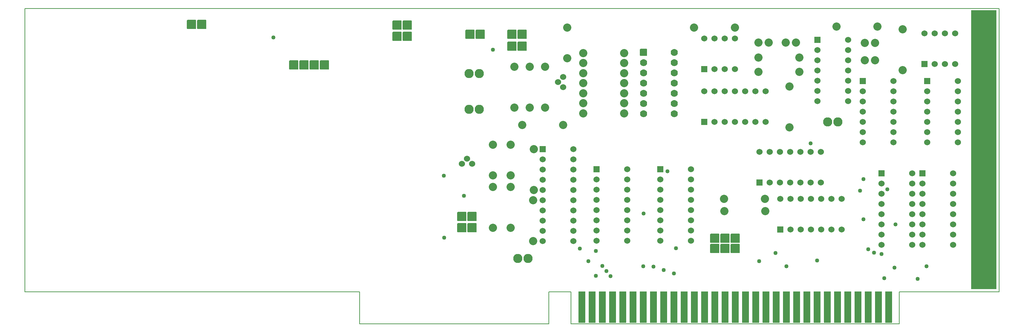
<source format=gbr>
G04 PROTEUS GERBER X2 FILE*
%TF.GenerationSoftware,Labcenter,Proteus,8.9-SP2-Build28501*%
%TF.CreationDate,2021-04-09T23:18:08+00:00*%
%TF.FileFunction,Soldermask,Bot*%
%TF.FilePolarity,Negative*%
%TF.Part,Single*%
%TF.SameCoordinates,{17eb0ee2-30aa-48b8-b423-7eda7b5b8fc9}*%
%FSLAX45Y45*%
%MOMM*%
G01*
%TA.AperFunction,Material*%
%ADD25C,1.016000*%
%AMPPAD018*
4,1,36,
0.762000,0.635000,
0.762000,-0.635000,
0.759470,-0.660970,
0.752200,-0.684980,
0.740650,-0.706580,
0.725290,-0.725290,
0.706570,-0.740650,
0.684980,-0.752200,
0.660970,-0.759470,
0.635000,-0.762000,
-0.635000,-0.762000,
-0.660970,-0.759470,
-0.684980,-0.752200,
-0.706570,-0.740650,
-0.725290,-0.725290,
-0.740650,-0.706580,
-0.752200,-0.684980,
-0.759470,-0.660970,
-0.762000,-0.635000,
-0.762000,0.635000,
-0.759470,0.660970,
-0.752200,0.684980,
-0.740650,0.706580,
-0.725290,0.725290,
-0.706570,0.740650,
-0.684980,0.752200,
-0.660970,0.759470,
-0.635000,0.762000,
0.635000,0.762000,
0.660970,0.759470,
0.684980,0.752200,
0.706570,0.740650,
0.725290,0.725290,
0.740650,0.706580,
0.752200,0.684980,
0.759470,0.660970,
0.762000,0.635000,
0*%
%TA.AperFunction,Material*%
%ADD26PPAD018*%
%ADD27C,1.524000*%
%AMPPAD020*
4,1,36,
-0.762000,0.889000,
0.762000,0.889000,
0.787970,0.886470,
0.811980,0.879200,
0.833580,0.867650,
0.852290,0.852290,
0.867650,0.833570,
0.879200,0.811980,
0.886470,0.787970,
0.889000,0.762000,
0.889000,-0.762000,
0.886470,-0.787970,
0.879200,-0.811980,
0.867650,-0.833570,
0.852290,-0.852290,
0.833580,-0.867650,
0.811980,-0.879200,
0.787970,-0.886470,
0.762000,-0.889000,
-0.762000,-0.889000,
-0.787970,-0.886470,
-0.811980,-0.879200,
-0.833580,-0.867650,
-0.852290,-0.852290,
-0.867650,-0.833570,
-0.879200,-0.811980,
-0.886470,-0.787970,
-0.889000,-0.762000,
-0.889000,0.762000,
-0.886470,0.787970,
-0.879200,0.811980,
-0.867650,0.833570,
-0.852290,0.852290,
-0.833580,0.867650,
-0.811980,0.879200,
-0.787970,0.886470,
-0.762000,0.889000,
0*%
%TA.AperFunction,Material*%
%ADD28PPAD020*%
%ADD29C,1.778000*%
%TA.AperFunction,Material*%
%ADD72C,2.032000*%
%AMPPAD023*
4,1,36,
-0.635000,0.762000,
0.635000,0.762000,
0.660970,0.759470,
0.684980,0.752200,
0.706580,0.740650,
0.725290,0.725290,
0.740650,0.706570,
0.752200,0.684980,
0.759470,0.660970,
0.762000,0.635000,
0.762000,-0.635000,
0.759470,-0.660970,
0.752200,-0.684980,
0.740650,-0.706570,
0.725290,-0.725290,
0.706580,-0.740650,
0.684980,-0.752200,
0.660970,-0.759470,
0.635000,-0.762000,
-0.635000,-0.762000,
-0.660970,-0.759470,
-0.684980,-0.752200,
-0.706580,-0.740650,
-0.725290,-0.725290,
-0.740650,-0.706570,
-0.752200,-0.684980,
-0.759470,-0.660970,
-0.762000,-0.635000,
-0.762000,0.635000,
-0.759470,0.660970,
-0.752200,0.684980,
-0.740650,0.706570,
-0.725290,0.725290,
-0.706580,0.740650,
-0.684980,0.752200,
-0.660970,0.759470,
-0.635000,0.762000,
0*%
%TA.AperFunction,Material*%
%ADD73PPAD023*%
%AMPPAD024*
4,1,36,
-1.143000,-1.016000,
-1.143000,1.016000,
-1.140470,1.041970,
-1.133200,1.065980,
-1.121650,1.087580,
-1.106290,1.106290,
-1.087570,1.121650,
-1.065980,1.133200,
-1.041970,1.140470,
-1.016000,1.143000,
1.016000,1.143000,
1.041970,1.140470,
1.065980,1.133200,
1.087570,1.121650,
1.106290,1.106290,
1.121650,1.087580,
1.133200,1.065980,
1.140470,1.041970,
1.143000,1.016000,
1.143000,-1.016000,
1.140470,-1.041970,
1.133200,-1.065980,
1.121650,-1.087580,
1.106290,-1.106290,
1.087570,-1.121650,
1.065980,-1.133200,
1.041970,-1.140470,
1.016000,-1.143000,
-1.016000,-1.143000,
-1.041970,-1.140470,
-1.065980,-1.133200,
-1.087570,-1.121650,
-1.106290,-1.106290,
-1.121650,-1.087580,
-1.133200,-1.065980,
-1.140470,-1.041970,
-1.143000,-1.016000,
0*%
%TA.AperFunction,Material*%
%ADD30PPAD024*%
%ADD31C,2.286000*%
%AMPPAD026*
4,1,36,
1.016000,-1.143000,
-1.016000,-1.143000,
-1.041970,-1.140470,
-1.065980,-1.133200,
-1.087580,-1.121650,
-1.106290,-1.106290,
-1.121650,-1.087570,
-1.133200,-1.065980,
-1.140470,-1.041970,
-1.143000,-1.016000,
-1.143000,1.016000,
-1.140470,1.041970,
-1.133200,1.065980,
-1.121650,1.087570,
-1.106290,1.106290,
-1.087580,1.121650,
-1.065980,1.133200,
-1.041970,1.140470,
-1.016000,1.143000,
1.016000,1.143000,
1.041970,1.140470,
1.065980,1.133200,
1.087580,1.121650,
1.106290,1.106290,
1.121650,1.087570,
1.133200,1.065980,
1.140470,1.041970,
1.143000,1.016000,
1.143000,-1.016000,
1.140470,-1.041970,
1.133200,-1.065980,
1.121650,-1.087570,
1.106290,-1.106290,
1.087580,-1.121650,
1.065980,-1.133200,
1.041970,-1.140470,
1.016000,-1.143000,
0*%
%ADD32PPAD026*%
%AMPPAD027*
4,1,36,
-0.750000,6.970000,
0.750000,6.970000,
0.770450,6.968010,
0.789360,6.962290,
0.806360,6.953190,
0.821090,6.941090,
0.833190,6.926360,
0.842280,6.909360,
0.848010,6.890450,
0.850000,6.870000,
0.850000,-0.750000,
0.848010,-0.770450,
0.842280,-0.789360,
0.833190,-0.806360,
0.821090,-0.821090,
0.806360,-0.833190,
0.789360,-0.842290,
0.770450,-0.848010,
0.750000,-0.850000,
-0.750000,-0.850000,
-0.770450,-0.848010,
-0.789360,-0.842290,
-0.806360,-0.833190,
-0.821090,-0.821090,
-0.833190,-0.806360,
-0.842280,-0.789360,
-0.848010,-0.770450,
-0.850000,-0.750000,
-0.850000,6.870000,
-0.848010,6.890450,
-0.842280,6.909360,
-0.833190,6.926360,
-0.821090,6.941090,
-0.806360,6.953190,
-0.789360,6.962290,
-0.770450,6.968010,
-0.750000,6.970000,
0*%
%TA.AperFunction,Material*%
%ADD33PPAD027*%
%AMPPAD028*
4,1,4,
-3.111500,34.671000,
3.111500,34.671000,
3.111500,-34.671000,
-3.111500,-34.671000,
-3.111500,34.671000,
0*%
%ADD34PPAD028*%
%TA.AperFunction,Profile*%
%ADD21C,0.203200*%
%TD.AperFunction*%
D25*
X-9779000Y+3937000D03*
X-11950000Y+2020000D03*
X-6223000Y+4635500D03*
X-14110000Y+6963000D03*
X-15320000Y+2286000D03*
X-19562000Y+7268000D03*
X-14830000Y+3330000D03*
X-15330000Y+3830000D03*
X-4645000Y+1917000D03*
X-4993000Y+3460000D03*
X-6063257Y+1723000D03*
X-10366000Y+2887000D03*
X-11744000Y+1706000D03*
X-4792000Y+2000000D03*
X-7499000Y+1706000D03*
X-11390000Y+1586000D03*
X-11291000Y+1462000D03*
X-11187000Y+1332000D03*
X-9619000Y+1397000D03*
X-9873000Y+1480000D03*
X-10127000Y+1567000D03*
X-10381000Y+1575000D03*
X-6825000Y+1580000D03*
X-7091000Y+1910000D03*
X-9565000Y+2029000D03*
X-11557000Y+1956000D03*
X-11557000Y+1337000D03*
X-4464000Y+1880000D03*
X-4111000Y+2622000D03*
X-4905000Y+2745000D03*
X-4907000Y+3748000D03*
X-4318000Y+3492500D03*
X-4141000Y+1543000D03*
X-4390000Y+1280000D03*
X-3340000Y+1580000D03*
X-3560000Y+1260000D03*
D26*
X-11540000Y+3988000D03*
D27*
X-11540000Y+3734000D03*
X-11540000Y+3480000D03*
X-11540000Y+3226000D03*
X-11540000Y+2972000D03*
X-11540000Y+2718000D03*
X-11540000Y+2464000D03*
X-11540000Y+2210000D03*
X-10778000Y+2210000D03*
X-10778000Y+2464000D03*
X-10778000Y+2718000D03*
X-10778000Y+2972000D03*
X-10778000Y+3226000D03*
X-10778000Y+3480000D03*
X-10778000Y+3734000D03*
X-10778000Y+3988000D03*
D26*
X-9952000Y+3988000D03*
D27*
X-9952000Y+3734000D03*
X-9952000Y+3480000D03*
X-9952000Y+3226000D03*
X-9952000Y+2972000D03*
X-9952000Y+2718000D03*
X-9952000Y+2464000D03*
X-9952000Y+2210000D03*
X-9190000Y+2210000D03*
X-9190000Y+2464000D03*
X-9190000Y+2718000D03*
X-9190000Y+2972000D03*
X-9190000Y+3226000D03*
X-9190000Y+3480000D03*
X-9190000Y+3734000D03*
X-9190000Y+3988000D03*
D28*
X-10366000Y+6892000D03*
D29*
X-10366000Y+6638000D03*
X-10366000Y+6384000D03*
X-10366000Y+6130000D03*
X-10366000Y+5876000D03*
X-10366000Y+5622000D03*
X-10366000Y+5368000D03*
X-9604000Y+5368000D03*
X-9604000Y+5622000D03*
X-9604000Y+5876000D03*
X-9604000Y+6130000D03*
X-9604000Y+6384000D03*
X-9604000Y+6638000D03*
X-9604000Y+6892000D03*
D72*
X-11866000Y+5380000D03*
X-10850000Y+5380000D03*
X-11866000Y+5630000D03*
X-10850000Y+5630000D03*
X-11866000Y+5880000D03*
X-10850000Y+5880000D03*
X-11866000Y+6130000D03*
X-10850000Y+6130000D03*
X-11866000Y+6380000D03*
X-10850000Y+6380000D03*
X-11866000Y+6630000D03*
X-10850000Y+6630000D03*
X-11866000Y+6880000D03*
X-10850000Y+6880000D03*
D26*
X-6050000Y+7210000D03*
D27*
X-6050000Y+6956000D03*
X-6050000Y+6702000D03*
X-6050000Y+6448000D03*
X-6050000Y+6194000D03*
X-6050000Y+5940000D03*
X-6050000Y+5686000D03*
X-5288000Y+5686000D03*
X-5288000Y+5940000D03*
X-5288000Y+6194000D03*
X-5288000Y+6448000D03*
X-5288000Y+6702000D03*
X-5288000Y+6956000D03*
X-5288000Y+7210000D03*
D73*
X-8860000Y+5168000D03*
D27*
X-8606000Y+5168000D03*
X-8352000Y+5168000D03*
X-8098000Y+5168000D03*
X-7844000Y+5168000D03*
X-7590000Y+5168000D03*
X-7336000Y+5168000D03*
X-7336000Y+5930000D03*
X-7590000Y+5930000D03*
X-7844000Y+5930000D03*
X-8098000Y+5930000D03*
X-8352000Y+5930000D03*
X-8606000Y+5930000D03*
X-8860000Y+5930000D03*
D26*
X-4462000Y+3888000D03*
D27*
X-4462000Y+3634000D03*
X-4462000Y+3380000D03*
X-4462000Y+3126000D03*
X-4462000Y+2872000D03*
X-4462000Y+2618000D03*
X-4462000Y+2364000D03*
X-4462000Y+2110000D03*
X-3700000Y+2110000D03*
X-3700000Y+2364000D03*
X-3700000Y+2618000D03*
X-3700000Y+2872000D03*
X-3700000Y+3126000D03*
X-3700000Y+3380000D03*
X-3700000Y+3634000D03*
X-3700000Y+3888000D03*
D26*
X-3441000Y+3891000D03*
D27*
X-3441000Y+3637000D03*
X-3441000Y+3383000D03*
X-3441000Y+3129000D03*
X-3441000Y+2875000D03*
X-3441000Y+2621000D03*
X-3441000Y+2367000D03*
X-3441000Y+2113000D03*
X-2679000Y+2113000D03*
X-2679000Y+2367000D03*
X-2679000Y+2621000D03*
X-2679000Y+2875000D03*
X-2679000Y+3129000D03*
X-2679000Y+3383000D03*
X-2679000Y+3637000D03*
X-2679000Y+3891000D03*
D26*
X-3329000Y+6182000D03*
D27*
X-3329000Y+5928000D03*
X-3329000Y+5674000D03*
X-3329000Y+5420000D03*
X-3329000Y+5166000D03*
X-3329000Y+4912000D03*
X-3329000Y+4658000D03*
X-2567000Y+4658000D03*
X-2567000Y+4912000D03*
X-2567000Y+5166000D03*
X-2567000Y+5420000D03*
X-2567000Y+5674000D03*
X-2567000Y+5928000D03*
X-2567000Y+6182000D03*
D26*
X-4922000Y+6182000D03*
D27*
X-4922000Y+5928000D03*
X-4922000Y+5674000D03*
X-4922000Y+5420000D03*
X-4922000Y+5166000D03*
X-4922000Y+4912000D03*
X-4922000Y+4658000D03*
X-4160000Y+4658000D03*
X-4160000Y+4912000D03*
X-4160000Y+5166000D03*
X-4160000Y+5420000D03*
X-4160000Y+5674000D03*
X-4160000Y+5928000D03*
X-4160000Y+6182000D03*
D26*
X-12872000Y+4492000D03*
D27*
X-12872000Y+4238000D03*
X-12872000Y+3984000D03*
X-12872000Y+3730000D03*
X-12872000Y+3476000D03*
X-12872000Y+3222000D03*
X-12872000Y+2968000D03*
X-12872000Y+2714000D03*
X-12872000Y+2460000D03*
X-12872000Y+2206000D03*
X-12110000Y+2206000D03*
X-12110000Y+2460000D03*
X-12110000Y+2714000D03*
X-12110000Y+2968000D03*
X-12110000Y+3222000D03*
X-12110000Y+3476000D03*
X-12110000Y+3730000D03*
X-12110000Y+3984000D03*
X-12110000Y+4238000D03*
X-12110000Y+4492000D03*
D72*
X-13112000Y+3224000D03*
X-13112000Y+2208000D03*
D73*
X-3396000Y+6610000D03*
D27*
X-3142000Y+6610000D03*
X-2888000Y+6610000D03*
X-2634000Y+6610000D03*
X-2634000Y+7372000D03*
X-2888000Y+7372000D03*
X-3142000Y+7372000D03*
X-3396000Y+7372000D03*
D72*
X-4874000Y+7131000D03*
X-4620000Y+7131000D03*
X-4874000Y+6700000D03*
X-4620000Y+6700000D03*
X-5574000Y+7534000D03*
X-4558000Y+7534000D03*
X-3936000Y+6454000D03*
X-3936000Y+7470000D03*
X-6742000Y+6044000D03*
X-6742000Y+5028000D03*
X-8360000Y+2950000D03*
X-7344000Y+2950000D03*
D30*
X-8598000Y+2016000D03*
X-8598000Y+2270000D03*
X-8344000Y+2016000D03*
X-8344000Y+2270000D03*
X-8090000Y+2016000D03*
X-8090000Y+2270000D03*
D31*
X-13494000Y+1770000D03*
X-13240000Y+1770000D03*
D72*
X-7514000Y+7140000D03*
X-7260000Y+7140000D03*
X-6840000Y+7140000D03*
X-6586000Y+7140000D03*
D31*
X-14704000Y+6370000D03*
X-14450000Y+6370000D03*
X-14704000Y+5480000D03*
X-14450000Y+5480000D03*
X-5794000Y+5170000D03*
X-5540000Y+5170000D03*
D72*
X-14110000Y+3840000D03*
X-14110000Y+4602000D03*
X-13670000Y+3838000D03*
X-13670000Y+4600000D03*
X-12270000Y+7510000D03*
X-12270000Y+6748000D03*
D27*
X-12370000Y+6286000D03*
X-12497000Y+6159000D03*
X-12370000Y+6032000D03*
X-14629000Y+4130000D03*
X-14756000Y+4257000D03*
X-14883000Y+4130000D03*
D72*
X-13200000Y+5520000D03*
X-13200000Y+6536000D03*
X-13386000Y+5090000D03*
X-12370000Y+5090000D03*
X-14110000Y+2534000D03*
X-14110000Y+3550000D03*
X-13580000Y+6540000D03*
X-13580000Y+5524000D03*
X-9116000Y+7510000D03*
X-8100000Y+7510000D03*
X-6500000Y+6770000D03*
X-7516000Y+6770000D03*
X-13100000Y+3474000D03*
X-13100000Y+4490000D03*
X-8370000Y+3250000D03*
X-7354000Y+3250000D03*
X-13670000Y+3546000D03*
X-13670000Y+2530000D03*
X-6500000Y+6410000D03*
X-7516000Y+6410000D03*
D73*
X-8862000Y+6478000D03*
D27*
X-8608000Y+6478000D03*
X-8354000Y+6478000D03*
X-8100000Y+6478000D03*
X-8100000Y+7240000D03*
X-8354000Y+7240000D03*
X-8608000Y+7240000D03*
X-8862000Y+7240000D03*
D73*
X-7490000Y+3658000D03*
D27*
X-7236000Y+3658000D03*
X-6982000Y+3658000D03*
X-6728000Y+3658000D03*
X-6474000Y+3658000D03*
X-6220000Y+3658000D03*
X-5966000Y+3658000D03*
X-5966000Y+4420000D03*
X-6220000Y+4420000D03*
X-6474000Y+4420000D03*
X-6728000Y+4420000D03*
X-6982000Y+4420000D03*
X-7236000Y+4420000D03*
X-7490000Y+4420000D03*
D73*
X-6974000Y+2488000D03*
D27*
X-6720000Y+2488000D03*
X-6466000Y+2488000D03*
X-6212000Y+2488000D03*
X-5958000Y+2488000D03*
X-5704000Y+2488000D03*
X-5450000Y+2488000D03*
X-5450000Y+3250000D03*
X-5704000Y+3250000D03*
X-5958000Y+3250000D03*
X-6212000Y+3250000D03*
X-6466000Y+3250000D03*
X-6720000Y+3250000D03*
X-6974000Y+3250000D03*
D32*
X-21346000Y+7585000D03*
X-21600000Y+7585000D03*
X-14630000Y+2530000D03*
X-14884000Y+2530000D03*
X-14630000Y+2810000D03*
X-14884000Y+2810000D03*
X-14682000Y+7340000D03*
X-14428000Y+7340000D03*
X-16489000Y+7575000D03*
X-16235000Y+7575000D03*
X-16489000Y+7295000D03*
X-16235000Y+7295000D03*
X-13636000Y+7340000D03*
X-13382000Y+7340000D03*
X-13636000Y+7050000D03*
X-13382000Y+7050000D03*
X-18801000Y+6584000D03*
X-19055000Y+6584000D03*
X-18291000Y+6584000D03*
X-18545000Y+6584000D03*
D33*
X-11905000Y+260000D03*
X-11651000Y+260000D03*
X-11397000Y+260000D03*
X-11143000Y+260000D03*
X-10889000Y+260000D03*
X-10635000Y+260000D03*
X-10381000Y+260000D03*
X-10127000Y+260000D03*
X-9873000Y+260000D03*
X-9619000Y+260000D03*
X-9365000Y+260000D03*
X-9111000Y+260000D03*
X-8857000Y+260000D03*
X-8603000Y+260000D03*
X-8349000Y+260000D03*
X-8095000Y+260000D03*
X-7841000Y+260000D03*
X-7587000Y+260000D03*
X-7333000Y+260000D03*
X-7079000Y+260000D03*
X-6825000Y+260000D03*
X-6571000Y+260000D03*
X-6317000Y+260000D03*
X-6063000Y+260000D03*
X-5809000Y+260000D03*
X-5555000Y+260000D03*
X-5301000Y+260000D03*
X-5047000Y+260000D03*
X-4793000Y+260000D03*
X-4539000Y+260000D03*
X-4285000Y+260000D03*
D34*
X-1916000Y+4471000D03*
D72*
X-12817000Y+6536000D03*
X-12817000Y+5520000D03*
D21*
X-4020000Y+940000D02*
X-1537000Y+940000D01*
X-1537000Y+7990000D01*
X-25739000Y+7990000D01*
X-25739000Y+940000D01*
X-12170000Y+150000D02*
X-12170000Y+940000D01*
X-17420000Y+940000D02*
X-25739000Y+940000D01*
X-12170000Y+150000D02*
X-4020000Y+150000D01*
X-4020000Y+940000D01*
X-12720000Y+150000D02*
X-12720000Y+940000D01*
X-12170000Y+940000D01*
X-17420000Y+940000D02*
X-17420000Y+150000D01*
X-12720000Y+150000D01*
M02*

</source>
